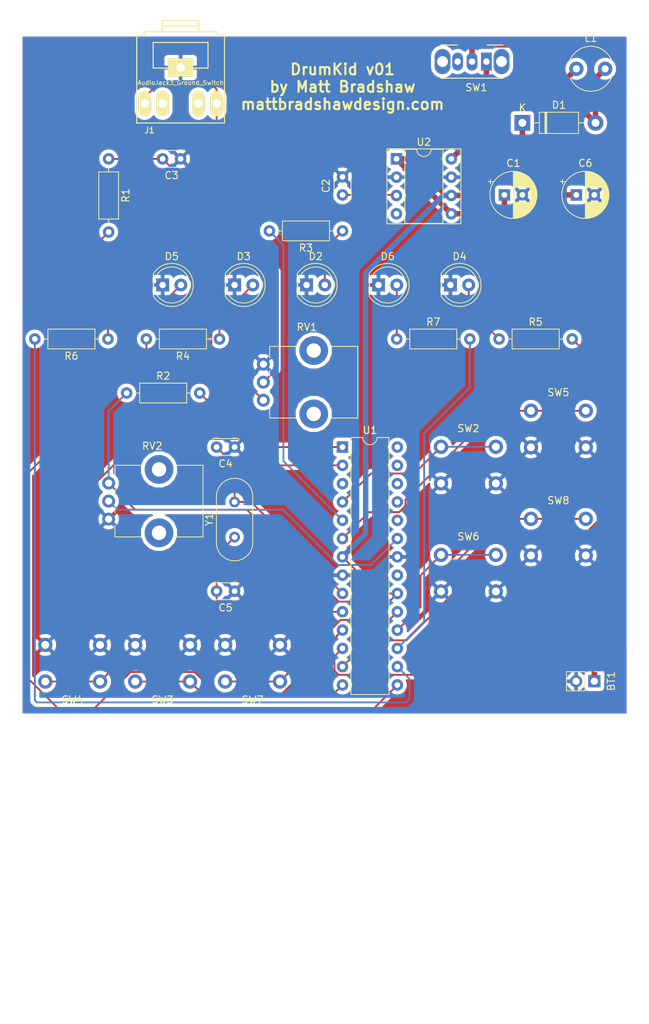
<source format=kicad_pcb>
(kicad_pcb (version 20171130) (host pcbnew "(5.0.1)-3")
  (title_block (title DrumKid) (rev v01) (company "Matt Bradshaw Design") (comment 4 "Author: Matt Bradshaw"))
  (layers (0 F.Cu signal) (31 B.Cu signal) (34 B.Paste user) (35 F.Paste user) (36 B.SilkS user) (37 F.SilkS user) (38 B.Mask user) (39 F.Mask user) (44 Edge.Cuts user))
  (net 0 "")
  (net 1 "Net-(BT1-Pad1)")
  (net 2 GND)
  (net 3 "Net-(C1-Pad1)")
  (net 4 "Net-(C2-Pad1)")
  (net 5 "Net-(C3-Pad2)")
  (net 6 "Net-(C4-Pad2)")
  (net 7 "Net-(C5-Pad2)")
  (net 8 +5V)
  (net 9 "Net-(D1-Pad2)")
  (net 10 "Net-(D2-Pad2)")
  (net 11 "Net-(D3-Pad2)")
  (net 12 "Net-(D4-Pad2)")
  (net 13 "Net-(D5-Pad2)")
  (net 14 "Net-(D6-Pad2)")
  (net 15 "Net-(J1-PadR)")
  (net 16 "Net-(J1-PadRN)")
  (net 17 "Net-(J1-PadTN)")
  (net 18 "Net-(R1-Pad2)")
  (net 19 "Net-(R2-Pad2)")
  (net 20 "Net-(R3-Pad2)")
  (net 21 "Net-(R4-Pad2)")
  (net 22 "Net-(R5-Pad2)")
  (net 23 "Net-(R6-Pad2)")
  (net 24 "Net-(R7-Pad2)")
  (net 25 "Net-(RV2-Pad2)")
  (net 26 "Net-(SW1-Pad3)")
  (net 27 "Net-(SW2-Pad1)")
  (net 28 "Net-(SW3-Pad1)")
  (net 29 "Net-(SW4-Pad1)")
  (net 30 "Net-(SW5-Pad1)")
  (net 31 "Net-(SW6-Pad1)")
  (net 32 "Net-(SW7-Pad1)")
  (net 33 "Net-(SW8-Pad1)")
  (net 34 "Net-(U1-Pad3)")
  (net 35 "Net-(U1-Pad21)")
  (net 36 "Net-(U1-Pad24)")
  (net 37 "Net-(U1-Pad25)")
  (net 38 "Net-(U1-Pad26)")
  (net 39 "Net-(U1-Pad27)")
  (net 40 "Net-(U1-Pad28)")
  (net 41 "Net-(U2-Pad4)")
  (module headphone:Tayda_3.5mm_stereo_TRS_jack_A-853 (layer F.Cu) (at 67.5 36.424)
    (fp_text reference J1 (at -4.318 7.112) (layer F.SilkS) (effects (font (size 0.8 0.8))))
    (fp_text value AudioJack3_Ground_Switch (at 0 0.508) (layer F.SilkS) (effects (font (size 0.6 0.6) (thickness 0.1))))
    (pad S thru_hole rect (at 0 -1.596) (size 3.5 2.5) (drill 1.2) (layers *.Cu *.Mask F.SilkS) (net 2 GND))
    (pad R thru_hole oval (at 5 3.41) (size 1.75 3.5) (drill 1.2) (layers *.Cu *.Mask F.SilkS) (net 15 "Net-(J1-PadR)"))
    (pad T thru_hole oval (at -5 3.41) (size 1.75 3.5) (drill 1.2) (layers *.Cu *.Mask F.SilkS) (net 15 "Net-(J1-PadR)"))
    (pad RN thru_hole oval (at 2.5 3.41) (size 1.75 3.5) (drill 1.2) (layers *.Cu *.Mask F.SilkS) (net 16 "Net-(J1-PadRN)"))
    (pad TN thru_hole oval (at -2.5 3.41) (size 1.75 3.5) (drill 1.2) (layers *.Cu *.Mask F.SilkS) (net 17 "Net-(J1-PadTN)"))
  )
  (module Connector_PinHeader_2.54mm:PinHeader_1x02_P2.54mm_Vertical (layer F.Cu) (at 125 120 270)
    (fp_text reference BT1 (at 0 -2.33 270) (layer F.SilkS))
    (fp_text value Battery)
    (pad 1 thru_hole rect (at 0 0 270) (size 1.7 1.7) (drill 1) (layers *.Cu *.Mask) (net 1 "Net-(BT1-Pad1)"))
    (pad 2 thru_hole oval (at 0 2.54 270) (size 1.7 1.7) (drill 1) (layers *.Cu *.Mask) (net 2 GND))
  )
  (module Capacitor_THT:CP_Radial_D6.3mm_P2.50mm (layer F.Cu) (at 112.5 52.5)
    (fp_text reference C1 (at 1.25 -4.4) (layer F.SilkS))
    (fp_text value 150uF)
    (pad 1 thru_hole rect (at 0 0) (size 1.6 1.6) (drill 0.8) (layers *.Cu *.Mask) (net 3 "Net-(C1-Pad1)"))
    (pad 2 thru_hole circle (at 2.5 0) (size 1.6 1.6) (drill 0.8) (layers *.Cu *.Mask) (net 2 GND))
  )
  (module Capacitor_THT:C_Disc_D3.4mm_W2.1mm_P2.50mm (layer F.Cu) (at 90 52.5 90)
    (fp_text reference C2 (at 1.25 -2.3 90) (layer F.SilkS))
    (fp_text value 0.1uF)
    (pad 2 thru_hole circle (at 2.5 0 90) (size 1.6 1.6) (drill 0.8) (layers *.Cu *.Mask) (net 2 GND))
    (pad 1 thru_hole circle (at 0 0 90) (size 1.6 1.6) (drill 0.8) (layers *.Cu *.Mask) (net 4 "Net-(C2-Pad1)"))
  )
  (module Capacitor_THT:C_Disc_D3.4mm_W2.1mm_P2.50mm (layer F.Cu) (at 67.5 47.5 180)
    (fp_text reference C3 (at 1.25 -2.3 180) (layer F.SilkS))
    (fp_text value 0.1uF)
    (pad 1 thru_hole circle (at 0 0 180) (size 1.6 1.6) (drill 0.8) (layers *.Cu *.Mask) (net 2 GND))
    (pad 2 thru_hole circle (at 2.5 0 180) (size 1.6 1.6) (drill 0.8) (layers *.Cu *.Mask) (net 5 "Net-(C3-Pad2)"))
  )
  (module Capacitor_THT:C_Disc_D3.4mm_W2.1mm_P2.50mm (layer F.Cu) (at 75 87.5 180)
    (fp_text reference C4 (at 1.25 -2.3 180) (layer F.SilkS))
    (fp_text value 22pF)
    (pad 2 thru_hole circle (at 2.5 0 180) (size 1.6 1.6) (drill 0.8) (layers *.Cu *.Mask) (net 6 "Net-(C4-Pad2)"))
    (pad 1 thru_hole circle (at 0 0 180) (size 1.6 1.6) (drill 0.8) (layers *.Cu *.Mask) (net 2 GND))
  )
  (module Capacitor_THT:C_Disc_D3.4mm_W2.1mm_P2.50mm (layer F.Cu) (at 75 107.5 180)
    (fp_text reference C5 (at 1.25 -2.3 180) (layer F.SilkS))
    (fp_text value 22pF)
    (pad 1 thru_hole circle (at 0 0 180) (size 1.6 1.6) (drill 0.8) (layers *.Cu *.Mask) (net 2 GND))
    (pad 2 thru_hole circle (at 2.5 0 180) (size 1.6 1.6) (drill 0.8) (layers *.Cu *.Mask) (net 7 "Net-(C5-Pad2)"))
  )
  (module Capacitor_THT:CP_Radial_D6.3mm_P2.50mm (layer F.Cu) (at 122.5 52.5)
    (fp_text reference C6 (at 1.25 -4.4) (layer F.SilkS))
    (fp_text value 100uF)
    (pad 2 thru_hole circle (at 2.5 0) (size 1.6 1.6) (drill 0.8) (layers *.Cu *.Mask) (net 2 GND))
    (pad 1 thru_hole rect (at 0 0) (size 1.6 1.6) (drill 0.8) (layers *.Cu *.Mask) (net 8 +5V))
  )
  (module Diode_THT:D_DO-41_SOD81_P10.16mm_Horizontal (layer F.Cu) (at 115 42.5)
    (fp_text reference D1 (at 5.08 -2.47) (layer F.SilkS))
    (fp_text value 1N5817)
    (fp_text user K (at 0 -2.1) (layer F.SilkS))
    (pad 1 thru_hole rect (at 0 0) (size 2.2 2.2) (drill 1.1) (layers *.Cu *.Mask) (net 8 +5V))
    (pad 2 thru_hole oval (at 10.16 0) (size 2.2 2.2) (drill 1.1) (layers *.Cu *.Mask) (net 9 "Net-(D1-Pad2)"))
  )
  (module LED_THT:LED_D5.0mm (layer F.Cu) (at 85 65)
    (fp_text reference D2 (at 1.27 -3.96) (layer F.SilkS))
    (fp_text value LED)
    (pad 1 thru_hole rect (at 0 0) (size 1.8 1.8) (drill 0.9) (layers *.Cu *.Mask) (net 2 GND))
    (pad 2 thru_hole circle (at 2.54 0) (size 1.8 1.8) (drill 0.9) (layers *.Cu *.Mask) (net 10 "Net-(D2-Pad2)"))
  )
  (module LED_THT:LED_D5.0mm (layer F.Cu) (at 75 65)
    (fp_text reference D3 (at 1.27 -3.96) (layer F.SilkS))
    (fp_text value LED)
    (pad 2 thru_hole circle (at 2.54 0) (size 1.8 1.8) (drill 0.9) (layers *.Cu *.Mask) (net 11 "Net-(D3-Pad2)"))
    (pad 1 thru_hole rect (at 0 0) (size 1.8 1.8) (drill 0.9) (layers *.Cu *.Mask) (net 2 GND))
  )
  (module LED_THT:LED_D5.0mm (layer F.Cu) (at 105 65)
    (fp_text reference D4 (at 1.27 -3.96) (layer F.SilkS))
    (fp_text value LED)
    (pad 1 thru_hole rect (at 0 0) (size 1.8 1.8) (drill 0.9) (layers *.Cu *.Mask) (net 2 GND))
    (pad 2 thru_hole circle (at 2.54 0) (size 1.8 1.8) (drill 0.9) (layers *.Cu *.Mask) (net 12 "Net-(D4-Pad2)"))
  )
  (module LED_THT:LED_D5.0mm (layer F.Cu) (at 65 65)
    (fp_text reference D5 (at 1.27 -3.96) (layer F.SilkS))
    (fp_text value LED)
    (pad 2 thru_hole circle (at 2.54 0) (size 1.8 1.8) (drill 0.9) (layers *.Cu *.Mask) (net 13 "Net-(D5-Pad2)"))
    (pad 1 thru_hole rect (at 0 0) (size 1.8 1.8) (drill 0.9) (layers *.Cu *.Mask) (net 2 GND))
  )
  (module LED_THT:LED_D5.0mm (layer F.Cu) (at 95 65)
    (fp_text reference D6 (at 1.27 -3.96) (layer F.SilkS))
    (fp_text value LED)
    (pad 1 thru_hole rect (at 0 0) (size 1.8 1.8) (drill 0.9) (layers *.Cu *.Mask) (net 2 GND))
    (pad 2 thru_hole circle (at 2.54 0) (size 1.8 1.8) (drill 0.9) (layers *.Cu *.Mask) (net 14 "Net-(D6-Pad2)"))
  )
  (module Inductor_THT:L_Radial_D6.0mm_P4.00mm (layer F.Cu) (at 122.5 35)
    (fp_text reference L1 (at 2 -4.25) (layer F.SilkS))
    (fp_text value 22uH)
    (pad 1 thru_hole circle (at 0 0) (size 2 2) (drill 1) (layers *.Cu *.Mask) (net 3 "Net-(C1-Pad1)"))
    (pad 2 thru_hole circle (at 4 0) (size 2 2) (drill 1) (layers *.Cu *.Mask) (net 9 "Net-(D1-Pad2)"))
  )
  (module Resistor_THT:R_Axial_DIN0207_L6.3mm_D2.5mm_P10.16mm_Horizontal (layer F.Cu) (at 57.5 47.5 270)
    (fp_text reference R1 (at 5.08 -2.37 270) (layer F.SilkS))
    (fp_text value 220)
    (pad 1 thru_hole circle (at 0 0 270) (size 1.6 1.6) (drill 0.8) (layers *.Cu *.Mask) (net 5 "Net-(C3-Pad2)"))
    (pad 2 thru_hole oval (at 10.16 0 270) (size 1.6 1.6) (drill 0.8) (layers *.Cu *.Mask) (net 18 "Net-(R1-Pad2)"))
  )
  (module Resistor_THT:R_Axial_DIN0207_L6.3mm_D2.5mm_P10.16mm_Horizontal (layer F.Cu) (at 60 80)
    (fp_text reference R2 (at 5.08 -2.37) (layer F.SilkS))
    (fp_text value 10K)
    (pad 2 thru_hole oval (at 10.16 0) (size 1.6 1.6) (drill 0.8) (layers *.Cu *.Mask) (net 19 "Net-(R2-Pad2)"))
    (pad 1 thru_hole circle (at 0 0) (size 1.6 1.6) (drill 0.8) (layers *.Cu *.Mask) (net 8 +5V))
  )
  (module Resistor_THT:R_Axial_DIN0207_L6.3mm_D2.5mm_P10.16mm_Horizontal (layer F.Cu) (at 90 57.5 180)
    (fp_text reference R3 (at 5.08 -2.37 180) (layer F.SilkS))
    (fp_text value 150)
    (pad 1 thru_hole circle (at 0 0 180) (size 1.6 1.6) (drill 0.8) (layers *.Cu *.Mask) (net 10 "Net-(D2-Pad2)"))
    (pad 2 thru_hole oval (at 10.16 0 180) (size 1.6 1.6) (drill 0.8) (layers *.Cu *.Mask) (net 20 "Net-(R3-Pad2)"))
  )
  (module Resistor_THT:R_Axial_DIN0207_L6.3mm_D2.5mm_P10.16mm_Horizontal (layer F.Cu) (at 72.898 72.5 180)
    (fp_text reference R4 (at 5.08 -2.37 180) (layer F.SilkS))
    (fp_text value 150)
    (pad 2 thru_hole oval (at 10.16 0 180) (size 1.6 1.6) (drill 0.8) (layers *.Cu *.Mask) (net 21 "Net-(R4-Pad2)"))
    (pad 1 thru_hole circle (at 0 0 180) (size 1.6 1.6) (drill 0.8) (layers *.Cu *.Mask) (net 11 "Net-(D3-Pad2)"))
  )
  (module Resistor_THT:R_Axial_DIN0207_L6.3mm_D2.5mm_P10.16mm_Horizontal (layer F.Cu) (at 111.76 72.5)
    (fp_text reference R5 (at 5.08 -2.37) (layer F.SilkS))
    (fp_text value 150)
    (pad 1 thru_hole circle (at 0 0) (size 1.6 1.6) (drill 0.8) (layers *.Cu *.Mask) (net 12 "Net-(D4-Pad2)"))
    (pad 2 thru_hole oval (at 10.16 0) (size 1.6 1.6) (drill 0.8) (layers *.Cu *.Mask) (net 22 "Net-(R5-Pad2)"))
  )
  (module Resistor_THT:R_Axial_DIN0207_L6.3mm_D2.5mm_P10.16mm_Horizontal (layer F.Cu) (at 57.404 72.5 180)
    (fp_text reference R6 (at 5.08 -2.37 180) (layer F.SilkS))
    (fp_text value 150)
    (pad 2 thru_hole oval (at 10.16 0 180) (size 1.6 1.6) (drill 0.8) (layers *.Cu *.Mask) (net 23 "Net-(R6-Pad2)"))
    (pad 1 thru_hole circle (at 0 0 180) (size 1.6 1.6) (drill 0.8) (layers *.Cu *.Mask) (net 13 "Net-(D5-Pad2)"))
  )
  (module Resistor_THT:R_Axial_DIN0207_L6.3mm_D2.5mm_P10.16mm_Horizontal (layer F.Cu) (at 97.536 72.5)
    (fp_text reference R7 (at 5.08 -2.37) (layer F.SilkS))
    (fp_text value 150)
    (pad 1 thru_hole circle (at 0 0) (size 1.6 1.6) (drill 0.8) (layers *.Cu *.Mask) (net 14 "Net-(D6-Pad2)"))
    (pad 2 thru_hole oval (at 10.16 0) (size 1.6 1.6) (drill 0.8) (layers *.Cu *.Mask) (net 24 "Net-(R7-Pad2)"))
  )
  (module Potentiometer_THT:Potentiometer_Bourns_PTV09A-1_Single_Vertical (layer F.Cu) (at 79 81)
    (fp_text reference RV1 (at 6.05 -10.15) (layer F.SilkS))
    (fp_text value 10K)
    (pad 3 thru_hole circle (at 0 -5) (size 1.8 1.8) (drill 1) (layers *.Cu *.Mask) (net 2 GND))
    (pad 2 thru_hole circle (at 0 -2.5) (size 1.8 1.8) (drill 1) (layers *.Cu *.Mask) (net 15 "Net-(J1-PadR)"))
    (pad 1 thru_hole circle (at 0 0) (size 1.8 1.8) (drill 1) (layers *.Cu *.Mask) (net 5 "Net-(C3-Pad2)"))
    (pad "" np_thru_hole circle (at 7 -6.9) (size 4 4) (drill 2) (layers *.Cu *.Mask))
    (pad "" np_thru_hole circle (at 7 1.9) (size 4 4) (drill 2) (layers *.Cu *.Mask))
  )
  (module Potentiometer_THT:Potentiometer_Bourns_PTV09A-1_Single_Vertical (layer F.Cu) (at 57.5 97.5)
    (fp_text reference RV2 (at 6.05 -10.15) (layer F.SilkS))
    (fp_text value 10K)
    (pad "" np_thru_hole circle (at 7 1.9) (size 4 4) (drill 2) (layers *.Cu *.Mask))
    (pad "" np_thru_hole circle (at 7 -6.9) (size 4 4) (drill 2) (layers *.Cu *.Mask))
    (pad 1 thru_hole circle (at 0 0) (size 1.8 1.8) (drill 1) (layers *.Cu *.Mask) (net 2 GND))
    (pad 2 thru_hole circle (at 0 -2.5) (size 1.8 1.8) (drill 1) (layers *.Cu *.Mask) (net 25 "Net-(RV2-Pad2)"))
    (pad 3 thru_hole circle (at 0 -5) (size 1.8 1.8) (drill 1) (layers *.Cu *.Mask) (net 8 +5V))
  )
  (module Button_Switch_THT:SW_CuK_OS102011MA1QN1_SPDT_Angled (layer F.Cu) (at 110 34 180)
    (fp_text reference SW1 (at 1.4 -3.6 180) (layer F.SilkS))
    (fp_text value SW_SPDT)
    (pad 1 thru_hole rect (at 0 0 180) (size 1.5 2.5) (drill 0.9) (layers *.Cu *.Mask) (net 3 "Net-(C1-Pad1)"))
    (pad 2 thru_hole oval (at 2 0 180) (size 1.5 2.5) (drill 0.9) (layers *.Cu *.Mask) (net 1 "Net-(BT1-Pad1)"))
    (pad 3 thru_hole oval (at 4 0 180) (size 1.5 2.5) (drill 0.9) (layers *.Cu *.Mask) (net 26 "Net-(SW1-Pad3)"))
    (pad "" thru_hole oval (at -2.1 0 180) (size 2.2 3.5) (drill 1.5) (layers *.Cu *.Mask))
    (pad "" thru_hole oval (at 6.1 0 180) (size 2.2 3.5) (drill 1.5) (layers *.Cu *.Mask))
  )
  (module softtactile:SOFT_TACTILE_2 (layer F.Cu) (at 107.5 90)
    (fp_text reference SW2 (at 0 -5.08) (layer F.SilkS))
    (fp_text value SW_SPST)
    (pad 2 thru_hole circle (at -3.81 2.54 90) (size 2 2) (drill 1.1) (layers *.Cu *.Mask) (net 2 GND))
    (pad 1 thru_hole circle (at -3.81 -2.54 90) (size 2 2) (drill 1.1) (layers *.Cu *.Mask) (net 27 "Net-(SW2-Pad1)"))
    (pad 2 thru_hole circle (at 3.81 2.54 90) (size 2 2) (drill 1.1) (layers *.Cu *.Mask) (net 2 GND))
    (pad 1 thru_hole circle (at 3.81 -2.54 90) (size 2 2) (drill 1.1) (layers *.Cu *.Mask) (net 27 "Net-(SW2-Pad1)"))
  )
  (module softtactile:SOFT_TACTILE_2 (layer F.Cu) (at 65 117.5 180)
    (fp_text reference SW3 (at 0 -5.08 180) (layer F.SilkS))
    (fp_text value SW_SPST)
    (pad 2 thru_hole circle (at -3.81 2.54 270) (size 2 2) (drill 1.1) (layers *.Cu *.Mask) (net 2 GND))
    (pad 1 thru_hole circle (at -3.81 -2.54 270) (size 2 2) (drill 1.1) (layers *.Cu *.Mask) (net 28 "Net-(SW3-Pad1)"))
    (pad 2 thru_hole circle (at 3.81 2.54 270) (size 2 2) (drill 1.1) (layers *.Cu *.Mask) (net 2 GND))
    (pad 1 thru_hole circle (at 3.81 -2.54 270) (size 2 2) (drill 1.1) (layers *.Cu *.Mask) (net 28 "Net-(SW3-Pad1)"))
  )
  (module softtactile:SOFT_TACTILE_2 (layer F.Cu) (at 52.5 117.5 180)
    (fp_text reference SW4 (at 0 -5.08 180) (layer F.SilkS))
    (fp_text value SW_SPST)
    (pad 1 thru_hole circle (at 3.81 -2.54 270) (size 2 2) (drill 1.1) (layers *.Cu *.Mask) (net 29 "Net-(SW4-Pad1)"))
    (pad 2 thru_hole circle (at 3.81 2.54 270) (size 2 2) (drill 1.1) (layers *.Cu *.Mask) (net 2 GND))
    (pad 1 thru_hole circle (at -3.81 -2.54 270) (size 2 2) (drill 1.1) (layers *.Cu *.Mask) (net 29 "Net-(SW4-Pad1)"))
    (pad 2 thru_hole circle (at -3.81 2.54 270) (size 2 2) (drill 1.1) (layers *.Cu *.Mask) (net 2 GND))
  )
  (module softtactile:SOFT_TACTILE_2 (layer F.Cu) (at 120 85)
    (fp_text reference SW5 (at 0 -5.08) (layer F.SilkS))
    (fp_text value SW_SPST)
    (pad 2 thru_hole circle (at -3.81 2.54 90) (size 2 2) (drill 1.1) (layers *.Cu *.Mask) (net 2 GND))
    (pad 1 thru_hole circle (at -3.81 -2.54 90) (size 2 2) (drill 1.1) (layers *.Cu *.Mask) (net 30 "Net-(SW5-Pad1)"))
    (pad 2 thru_hole circle (at 3.81 2.54 90) (size 2 2) (drill 1.1) (layers *.Cu *.Mask) (net 2 GND))
    (pad 1 thru_hole circle (at 3.81 -2.54 90) (size 2 2) (drill 1.1) (layers *.Cu *.Mask) (net 30 "Net-(SW5-Pad1)"))
  )
  (module softtactile:SOFT_TACTILE_2 (layer F.Cu) (at 107.5 105)
    (fp_text reference SW6 (at 0 -5.08) (layer F.SilkS))
    (fp_text value SW_SPST)
    (pad 1 thru_hole circle (at 3.81 -2.54 90) (size 2 2) (drill 1.1) (layers *.Cu *.Mask) (net 31 "Net-(SW6-Pad1)"))
    (pad 2 thru_hole circle (at 3.81 2.54 90) (size 2 2) (drill 1.1) (layers *.Cu *.Mask) (net 2 GND))
    (pad 1 thru_hole circle (at -3.81 -2.54 90) (size 2 2) (drill 1.1) (layers *.Cu *.Mask) (net 31 "Net-(SW6-Pad1)"))
    (pad 2 thru_hole circle (at -3.81 2.54 90) (size 2 2) (drill 1.1) (layers *.Cu *.Mask) (net 2 GND))
  )
  (module softtactile:SOFT_TACTILE_2 (layer F.Cu) (at 77.5 117.5 180)
    (fp_text reference SW7 (at 0 -5.08 180) (layer F.SilkS))
    (fp_text value SW_SPST)
    (pad 2 thru_hole circle (at -3.81 2.54 270) (size 2 2) (drill 1.1) (layers *.Cu *.Mask) (net 2 GND))
    (pad 1 thru_hole circle (at -3.81 -2.54 270) (size 2 2) (drill 1.1) (layers *.Cu *.Mask) (net 32 "Net-(SW7-Pad1)"))
    (pad 2 thru_hole circle (at 3.81 2.54 270) (size 2 2) (drill 1.1) (layers *.Cu *.Mask) (net 2 GND))
    (pad 1 thru_hole circle (at 3.81 -2.54 270) (size 2 2) (drill 1.1) (layers *.Cu *.Mask) (net 32 "Net-(SW7-Pad1)"))
  )
  (module softtactile:SOFT_TACTILE_2 (layer F.Cu) (at 120 100)
    (fp_text reference SW8 (at 0 -5.08) (layer F.SilkS))
    (fp_text value SW_SPST)
    (pad 1 thru_hole circle (at 3.81 -2.54 90) (size 2 2) (drill 1.1) (layers *.Cu *.Mask) (net 33 "Net-(SW8-Pad1)"))
    (pad 2 thru_hole circle (at 3.81 2.54 90) (size 2 2) (drill 1.1) (layers *.Cu *.Mask) (net 2 GND))
    (pad 1 thru_hole circle (at -3.81 -2.54 90) (size 2 2) (drill 1.1) (layers *.Cu *.Mask) (net 33 "Net-(SW8-Pad1)"))
    (pad 2 thru_hole circle (at -3.81 2.54 90) (size 2 2) (drill 1.1) (layers *.Cu *.Mask) (net 2 GND))
  )
  (module Package_DIP:DIP-28_W7.62mm (layer F.Cu) (at 90 87.5)
    (fp_text reference U1 (at 3.81 -2.33) (layer F.SilkS))
    (fp_text value ATmega328P-PU)
    (pad 1 thru_hole rect (at 0 0) (size 1.6 1.6) (drill 0.8) (layers *.Cu *.Mask) (net 19 "Net-(R2-Pad2)"))
    (pad 15 thru_hole oval (at 7.62 33.02) (size 1.6 1.6) (drill 0.8) (layers *.Cu *.Mask) (net 18 "Net-(R1-Pad2)"))
    (pad 2 thru_hole oval (at 0 2.54) (size 1.6 1.6) (drill 0.8) (layers *.Cu *.Mask) (net 29 "Net-(SW4-Pad1)"))
    (pad 16 thru_hole oval (at 7.62 30.48) (size 1.6 1.6) (drill 0.8) (layers *.Cu *.Mask) (net 23 "Net-(R6-Pad2)"))
    (pad 3 thru_hole oval (at 0 5.08) (size 1.6 1.6) (drill 0.8) (layers *.Cu *.Mask) (net 34 "Net-(U1-Pad3)"))
    (pad 17 thru_hole oval (at 7.62 27.94) (size 1.6 1.6) (drill 0.8) (layers *.Cu *.Mask) (net 24 "Net-(R7-Pad2)"))
    (pad 4 thru_hole oval (at 0 7.62) (size 1.6 1.6) (drill 0.8) (layers *.Cu *.Mask) (net 27 "Net-(SW2-Pad1)"))
    (pad 18 thru_hole oval (at 7.62 25.4) (size 1.6 1.6) (drill 0.8) (layers *.Cu *.Mask) (net 31 "Net-(SW6-Pad1)"))
    (pad 5 thru_hole oval (at 0 10.16) (size 1.6 1.6) (drill 0.8) (layers *.Cu *.Mask) (net 20 "Net-(R3-Pad2)"))
    (pad 19 thru_hole oval (at 7.62 22.86) (size 1.6 1.6) (drill 0.8) (layers *.Cu *.Mask) (net 32 "Net-(SW7-Pad1)"))
    (pad 6 thru_hole oval (at 0 12.7) (size 1.6 1.6) (drill 0.8) (layers *.Cu *.Mask) (net 30 "Net-(SW5-Pad1)"))
    (pad 20 thru_hole oval (at 7.62 20.32) (size 1.6 1.6) (drill 0.8) (layers *.Cu *.Mask) (net 8 +5V))
    (pad 7 thru_hole oval (at 0 15.24) (size 1.6 1.6) (drill 0.8) (layers *.Cu *.Mask) (net 8 +5V))
    (pad 21 thru_hole oval (at 7.62 17.78) (size 1.6 1.6) (drill 0.8) (layers *.Cu *.Mask) (net 35 "Net-(U1-Pad21)"))
    (pad 8 thru_hole oval (at 0 17.78) (size 1.6 1.6) (drill 0.8) (layers *.Cu *.Mask) (net 2 GND))
    (pad 22 thru_hole oval (at 7.62 15.24) (size 1.6 1.6) (drill 0.8) (layers *.Cu *.Mask) (net 2 GND))
    (pad 9 thru_hole oval (at 0 20.32) (size 1.6 1.6) (drill 0.8) (layers *.Cu *.Mask) (net 6 "Net-(C4-Pad2)"))
    (pad 23 thru_hole oval (at 7.62 12.7) (size 1.6 1.6) (drill 0.8) (layers *.Cu *.Mask) (net 25 "Net-(RV2-Pad2)"))
    (pad 10 thru_hole oval (at 0 22.86) (size 1.6 1.6) (drill 0.8) (layers *.Cu *.Mask) (net 7 "Net-(C5-Pad2)"))
    (pad 24 thru_hole oval (at 7.62 10.16) (size 1.6 1.6) (drill 0.8) (layers *.Cu *.Mask) (net 36 "Net-(U1-Pad24)"))
    (pad 11 thru_hole oval (at 0 25.4) (size 1.6 1.6) (drill 0.8) (layers *.Cu *.Mask) (net 21 "Net-(R4-Pad2)"))
    (pad 25 thru_hole oval (at 7.62 7.62) (size 1.6 1.6) (drill 0.8) (layers *.Cu *.Mask) (net 37 "Net-(U1-Pad25)"))
    (pad 12 thru_hole oval (at 0 27.94) (size 1.6 1.6) (drill 0.8) (layers *.Cu *.Mask) (net 22 "Net-(R5-Pad2)"))
    (pad 26 thru_hole oval (at 7.62 5.08) (size 1.6 1.6) (drill 0.8) (layers *.Cu *.Mask) (net 38 "Net-(U1-Pad26)"))
    (pad 13 thru_hole oval (at 0 30.48) (size 1.6 1.6) (drill 0.8) (layers *.Cu *.Mask) (net 33 "Net-(SW8-Pad1)"))
    (pad 27 thru_hole oval (at 7.62 2.54) (size 1.6 1.6) (drill 0.8) (layers *.Cu *.Mask) (net 39 "Net-(U1-Pad27)"))
    (pad 14 thru_hole oval (at 0 33.02) (size 1.6 1.6) (drill 0.8) (layers *.Cu *.Mask) (net 28 "Net-(SW3-Pad1)"))
    (pad 28 thru_hole oval (at 7.62 0) (size 1.6 1.6) (drill 0.8) (layers *.Cu *.Mask) (net 40 "Net-(U1-Pad28)"))
  )
  (module Package_DIP:DIP-8_W7.62mm_Socket (layer F.Cu) (at 97.5 47.5)
    (fp_text reference U2 (at 3.81 -2.33) (layer F.SilkS))
    (fp_text value MAX756)
    (pad 1 thru_hole rect (at 0 0) (size 1.6 1.6) (drill 0.8) (layers *.Cu *.Mask) (net 3 "Net-(C1-Pad1)"))
    (pad 5 thru_hole oval (at 7.62 7.62) (size 1.6 1.6) (drill 0.8) (layers *.Cu *.Mask) (net 3 "Net-(C1-Pad1)"))
    (pad 2 thru_hole oval (at 0 2.54) (size 1.6 1.6) (drill 0.8) (layers *.Cu *.Mask) (net 2 GND))
    (pad 6 thru_hole oval (at 7.62 5.08) (size 1.6 1.6) (drill 0.8) (layers *.Cu *.Mask) (net 8 +5V))
    (pad 3 thru_hole oval (at 0 5.08) (size 1.6 1.6) (drill 0.8) (layers *.Cu *.Mask) (net 4 "Net-(C2-Pad1)"))
    (pad 7 thru_hole oval (at 7.62 2.54) (size 1.6 1.6) (drill 0.8) (layers *.Cu *.Mask) (net 2 GND))
    (pad 4 thru_hole oval (at 0 7.62) (size 1.6 1.6) (drill 0.8) (layers *.Cu *.Mask) (net 41 "Net-(U2-Pad4)"))
    (pad 8 thru_hole oval (at 7.62 0) (size 1.6 1.6) (drill 0.8) (layers *.Cu *.Mask) (net 9 "Net-(D1-Pad2)"))
  )
  (module Crystal:Crystal_HC49-4H_Vertical (layer F.Cu) (at 75 100 90)
    (fp_text reference Y1 (at 2.44 -3.525 90) (layer F.SilkS))
    (fp_text value 16MHz)
    (pad 1 thru_hole circle (at 0 0 90) (size 1.5 1.5) (drill 0.8) (layers *.Cu *.Mask) (net 7 "Net-(C5-Pad2)"))
    (pad 2 thru_hole circle (at 4.88 0 90) (size 1.5 1.5) (drill 0.8) (layers *.Cu *.Mask) (net 6 "Net-(C4-Pad2)"))
  )
  (gr_text "DrumKid v01\nby Matt Bradshaw\nmattbradshawdesign.com" (at 90 37.5) (layer F.SilkS) (effects (font (size 1.5 1.5) (thickness 0.3))))
  (gr_line (start 130 30) (end 45 30) (layer Edge.Cuts) (width 0.0254))
  (gr_line (start 130 125) (end 130 30) (layer Edge.Cuts) (width 0.0254))
  (gr_line (start 45 125) (end 130 125) (layer Edge.Cuts) (width 0.0254))
  (gr_line (start 45 30) (end 45 125) (layer Edge.Cuts) (width 0.0254))
  (segment (start 125 118.388) (end 128.778 114.61) (width 0.762) (layer F.Cu) (net 1))
  (segment (start 125 120) (end 125 118.388) (width 0.762) (layer F.Cu) (net 1))
  (segment (start 128.778 114.61) (end 128.778 33.528) (width 0.762) (layer F.Cu) (net 1))
  (segment (start 108 31.988) (end 108 34) (width 0.762) (layer F.Cu) (net 1))
  (segment (start 108.31901 31.66899) (end 108 31.988) (width 0.762) (layer F.Cu) (net 1))
  (segment (start 126.91899 31.66899) (end 108.31901 31.66899) (width 0.762) (layer F.Cu) (net 1))
  (segment (start 128.778 33.528) (end 126.91899 31.66899) (width 0.762) (layer F.Cu) (net 1))
  (segment (start 110 36.562) (end 110 36.012) (width 0.762) (layer F.Cu) (net 3))
  (segment (start 99.062 47.5) (end 110 36.562) (width 0.762) (layer F.Cu) (net 3))
  (segment (start 97.5 47.5) (end 99.062 47.5) (width 0.762) (layer F.Cu) (net 3))
  (segment (start 112.5 54.062) (end 112.5 52.5) (width 0.762) (layer F.Cu) (net 3))
  (segment (start 111.442 55.12) (end 112.5 54.062) (width 0.762) (layer F.Cu) (net 3))
  (segment (start 105.12 55.12) (end 111.442 55.12) (width 0.762) (layer F.Cu) (net 3))
  (segment (start 104.320001 54.320001) (end 97.5 47.5) (width 0.762) (layer F.Cu) (net 3))
  (segment (start 105.12 55.12) (end 104.320001 54.320001) (width 0.762) (layer F.Cu) (net 3))
  (segment (start 122.5 35) (end 118.638 38.862) (width 0.762) (layer F.Cu) (net 3))
  (segment (start 110 36.012) (end 110 34) (width 0.762) (layer F.Cu) (net 3))
  (segment (start 112.85 38.862) (end 110 36.012) (width 0.762) (layer F.Cu) (net 3))
  (segment (start 118.638 38.862) (end 112.85 38.862) (width 0.762) (layer F.Cu) (net 3))
  (segment (start 97.42 52.5) (end 97.5 52.58) (width 0.25) (layer F.Cu) (net 4))
  (segment (start 90 52.5) (end 97.42 52.5) (width 0.25) (layer F.Cu) (net 4))
  (segment (start 65 47.5) (end 57.5 47.5) (width 0.25) (layer F.Cu) (net 5))
  (segment (start 78.100001 80.100001) (end 79 81) (width 0.25) (layer F.Cu) (net 5))
  (segment (start 71.772999 73.772999) (end 78.100001 80.100001) (width 0.25) (layer F.Cu) (net 5))
  (segment (start 71.772999 54.272999) (end 71.772999 73.772999) (width 0.25) (layer F.Cu) (net 5))
  (segment (start 65 47.5) (end 71.772999 54.272999) (width 0.25) (layer F.Cu) (net 5))
  (segment (start 77.3 95.12) (end 90 107.82) (width 0.25) (layer F.Cu) (net 6))
  (segment (start 75 95.12) (end 77.3 95.12) (width 0.25) (layer F.Cu) (net 6))
  (segment (start 75 90) (end 72.5 87.5) (width 0.25) (layer F.Cu) (net 6))
  (segment (start 75 95.12) (end 75 90) (width 0.25) (layer F.Cu) (net 6))
  (segment (start 72.5 102.5) (end 72.5 107.5) (width 0.25) (layer F.Cu) (net 7))
  (segment (start 75 100) (end 72.5 102.5) (width 0.25) (layer F.Cu) (net 7))
  (segment (start 88.86863 110.36) (end 90 110.36) (width 0.25) (layer F.Cu) (net 7))
  (segment (start 74.22863 110.36) (end 88.86863 110.36) (width 0.25) (layer F.Cu) (net 7))
  (segment (start 72.5 108.63137) (end 74.22863 110.36) (width 0.25) (layer F.Cu) (net 7))
  (segment (start 72.5 107.5) (end 72.5 108.63137) (width 0.25) (layer F.Cu) (net 7))
  (segment (start 96.820001 108.619999) (end 97.62 107.82) (width 0.25) (layer F.Cu) (net 8))
  (segment (start 96.494999 108.945001) (end 96.820001 108.619999) (width 0.25) (layer F.Cu) (net 8))
  (segment (start 89.459999 108.945001) (end 96.494999 108.945001) (width 0.25) (layer F.Cu) (net 8))
  (segment (start 76.709999 96.195001) (end 89.459999 108.945001) (width 0.25) (layer F.Cu) (net 8))
  (segment (start 61.195001 96.195001) (end 76.709999 96.195001) (width 0.25) (layer F.Cu) (net 8))
  (segment (start 57.5 92.5) (end 61.195001 96.195001) (width 0.25) (layer F.Cu) (net 8))
  (segment (start 95.08 107.82) (end 90 102.74) (width 0.25) (layer F.Cu) (net 8))
  (segment (start 97.62 107.82) (end 95.08 107.82) (width 0.25) (layer F.Cu) (net 8))
  (segment (start 115 46.562) (end 115 44.362) (width 0.762) (layer F.Cu) (net 8))
  (segment (start 120.938 52.5) (end 115 46.562) (width 0.762) (layer F.Cu) (net 8))
  (segment (start 122.5 52.5) (end 120.938 52.5) (width 0.762) (layer F.Cu) (net 8))
  (segment (start 57.5 82.5) (end 60 80) (width 0.25) (layer B.Cu) (net 8))
  (segment (start 57.5 92.5) (end 57.5 82.5) (width 0.25) (layer B.Cu) (net 8))
  (segment (start 115 44.362) (end 115 42.5) (width 0.762) (layer F.Cu) (net 8))
  (segment (start 106.782 52.58) (end 115 44.362) (width 0.762) (layer F.Cu) (net 8))
  (segment (start 105.12 52.58) (end 106.782 52.58) (width 0.762) (layer F.Cu) (net 8))
  (segment (start 103.98863 52.58) (end 105.12 52.58) (width 0.762) (layer B.Cu) (net 8))
  (segment (start 93.218 63.35063) (end 103.98863 52.58) (width 0.762) (layer B.Cu) (net 8))
  (segment (start 93.218 99.522) (end 93.218 63.35063) (width 0.762) (layer B.Cu) (net 8))
  (segment (start 90 102.74) (end 93.218 99.522) (width 0.762) (layer B.Cu) (net 8))
  (segment (start 125.16 36.34) (end 126.5 35) (width 0.762) (layer F.Cu) (net 9))
  (segment (start 125.16 42.5) (end 125.16 36.34) (width 0.762) (layer F.Cu) (net 9))
  (segment (start 124.060001 41.400001) (end 125.16 42.5) (width 0.762) (layer F.Cu) (net 9))
  (segment (start 123.046 40.386) (end 124.060001 41.400001) (width 0.762) (layer F.Cu) (net 9))
  (segment (start 112.234 40.386) (end 123.046 40.386) (width 0.762) (layer F.Cu) (net 9))
  (segment (start 105.12 47.5) (end 112.234 40.386) (width 0.762) (layer F.Cu) (net 9))
  (segment (start 87.54 59.96) (end 87.54 65) (width 0.25) (layer F.Cu) (net 10))
  (segment (start 90 57.5) (end 87.54 59.96) (width 0.25) (layer F.Cu) (net 10))
  (segment (start 75.738 66.802) (end 77.54 65) (width 0.25) (layer F.Cu) (net 11))
  (segment (start 73.914 66.802) (end 75.738 66.802) (width 0.25) (layer F.Cu) (net 11))
  (segment (start 72.898 72.5) (end 72.898 67.818) (width 0.25) (layer F.Cu) (net 11))
  (segment (start 72.898 67.818) (end 73.914 66.802) (width 0.25) (layer F.Cu) (net 11))
  (segment (start 107.54 68.28) (end 107.54 65) (width 0.25) (layer F.Cu) (net 12))
  (segment (start 111.76 72.5) (end 107.54 68.28) (width 0.25) (layer F.Cu) (net 12))
  (segment (start 65.738 66.802) (end 67.54 65) (width 0.25) (layer F.Cu) (net 13))
  (segment (start 59.69 66.802) (end 65.738 66.802) (width 0.25) (layer F.Cu) (net 13))
  (segment (start 57.404 72.5) (end 57.404 69.088) (width 0.25) (layer F.Cu) (net 13))
  (segment (start 57.404 69.088) (end 59.69 66.802) (width 0.25) (layer F.Cu) (net 13))
  (segment (start 97.536 65.004) (end 97.54 65) (width 0.25) (layer F.Cu) (net 14))
  (segment (start 97.536 72.5) (end 97.536 65.004) (width 0.25) (layer F.Cu) (net 14))
  (segment (start 72.5 37.834) (end 72.004 37.338) (width 0.25) (layer F.Cu) (net 15))
  (segment (start 72.5 39.834) (end 72.5 37.834) (width 0.25) (layer F.Cu) (net 15))
  (segment (start 62.5 38.959) (end 62.5 39.834) (width 0.25) (layer F.Cu) (net 15))
  (segment (start 64.121 37.338) (end 62.5 38.959) (width 0.25) (layer F.Cu) (net 15))
  (segment (start 72.004 37.338) (end 64.121 37.338) (width 0.25) (layer F.Cu) (net 15))
  (segment (start 72.5 54.885002) (end 80.772 63.157002) (width 0.25) (layer F.Cu) (net 15))
  (segment (start 72.5 39.834) (end 72.5 54.885002) (width 0.25) (layer F.Cu) (net 15))
  (segment (start 80.772 76.728) (end 79 78.5) (width 0.25) (layer F.Cu) (net 15))
  (segment (start 80.772 63.157002) (end 80.772 76.728) (width 0.25) (layer F.Cu) (net 15))
  (segment (start 93.991991 124.148009) (end 47.047991 124.148009) (width 0.25) (layer F.Cu) (net 18))
  (segment (start 97.62 120.52) (end 93.991991 124.148009) (width 0.25) (layer F.Cu) (net 18))
  (segment (start 56.700001 58.459999) (end 57.5 57.66) (width 0.25) (layer F.Cu) (net 18))
  (segment (start 45.777991 69.382009) (end 56.700001 58.459999) (width 0.25) (layer F.Cu) (net 18))
  (segment (start 45.777991 122.878009) (end 45.777991 69.382009) (width 0.25) (layer F.Cu) (net 18))
  (segment (start 47.047991 124.148009) (end 45.777991 122.878009) (width 0.25) (layer F.Cu) (net 18))
  (segment (start 77.66 87.5) (end 90 87.5) (width 0.25) (layer F.Cu) (net 19))
  (segment (start 70.16 80) (end 77.66 87.5) (width 0.25) (layer F.Cu) (net 19))
  (segment (start 89.200001 96.860001) (end 90 97.66) (width 0.25) (layer B.Cu) (net 20))
  (segment (start 81.788 89.448) (end 89.200001 96.860001) (width 0.25) (layer B.Cu) (net 20))
  (segment (start 81.788 59.448) (end 81.788 89.448) (width 0.25) (layer B.Cu) (net 20))
  (segment (start 79.84 57.5) (end 81.788 59.448) (width 0.25) (layer B.Cu) (net 20))
  (segment (start 62.738 72.5) (end 62.738 74.676) (width 0.25) (layer F.Cu) (net 21))
  (segment (start 62.738 74.676) (end 46.228 91.186) (width 0.25) (layer F.Cu) (net 21))
  (segment (start 46.228 91.186) (end 46.228 119.539002) (width 0.25) (layer F.Cu) (net 21))
  (segment (start 46.228 119.539002) (end 50.386998 123.698) (width 0.25) (layer F.Cu) (net 21))
  (segment (start 89.200001 113.699999) (end 90 112.9) (width 0.25) (layer F.Cu) (net 21))
  (segment (start 89.200001 114.111001) (end 89.200001 113.699999) (width 0.25) (layer F.Cu) (net 21))
  (segment (start 81.587012 121.72399) (end 89.200001 114.111001) (width 0.25) (layer F.Cu) (net 21))
  (segment (start 72.454992 121.72399) (end 81.587012 121.72399) (width 0.25) (layer F.Cu) (net 21))
  (segment (start 69.446001 118.714999) (end 72.454992 121.72399) (width 0.25) (layer F.Cu) (net 21))
  (segment (start 60.553999 118.714999) (end 69.446001 118.714999) (width 0.25) (layer F.Cu) (net 21))
  (segment (start 55.570998 123.698) (end 60.553999 118.714999) (width 0.25) (layer F.Cu) (net 21))
  (segment (start 50.386998 123.698) (end 55.570998 123.698) (width 0.25) (layer F.Cu) (net 21))
  (segment (start 89.200001 116.239999) (end 90 115.44) (width 0.25) (layer F.Cu) (net 22))
  (segment (start 88.874999 116.565001) (end 89.200001 116.239999) (width 0.25) (layer F.Cu) (net 22))
  (segment (start 88.874999 118.520001) (end 88.874999 116.565001) (width 0.25) (layer F.Cu) (net 22))
  (segment (start 89.459999 119.105001) (end 88.874999 118.520001) (width 0.25) (layer F.Cu) (net 22))
  (segment (start 104.126001 119.105001) (end 89.459999 119.105001) (width 0.25) (layer F.Cu) (net 22))
  (segment (start 127 96.231002) (end 104.126001 119.105001) (width 0.25) (layer F.Cu) (net 22))
  (segment (start 127 77.58) (end 127 96.231002) (width 0.25) (layer F.Cu) (net 22))
  (segment (start 121.92 72.5) (end 127 77.58) (width 0.25) (layer F.Cu) (net 22))
  (segment (start 47.244 72.5) (end 47.244 122.682) (width 0.25) (layer B.Cu) (net 23))
  (segment (start 47.244 122.682) (end 47.498 122.936) (width 0.25) (layer B.Cu) (net 23))
  (segment (start 47.498 122.936) (end 98.806 122.936) (width 0.25) (layer B.Cu) (net 23))
  (segment (start 98.806 122.936) (end 99.314 122.428) (width 0.25) (layer B.Cu) (net 23))
  (segment (start 99.314 119.674) (end 97.62 117.98) (width 0.25) (layer B.Cu) (net 23))
  (segment (start 99.314 122.428) (end 99.314 119.674) (width 0.25) (layer B.Cu) (net 23))
  (segment (start 107.696 72.5) (end 107.696 79.248) (width 0.25) (layer B.Cu) (net 24))
  (segment (start 107.696 79.248) (end 101.346 85.598) (width 0.25) (layer B.Cu) (net 24))
  (segment (start 101.346 111.714) (end 97.62 115.44) (width 0.25) (layer B.Cu) (net 24))
  (segment (start 101.346 85.598) (end 101.346 111.714) (width 0.25) (layer B.Cu) (net 24))
  (segment (start 96.820001 100.999999) (end 97.62 100.2) (width 0.25) (layer B.Cu) (net 25))
  (segment (start 93.954999 103.865001) (end 96.820001 100.999999) (width 0.25) (layer B.Cu) (net 25))
  (segment (start 89.387001 103.865001) (end 93.954999 103.865001) (width 0.25) (layer B.Cu) (net 25))
  (segment (start 81.717001 96.195001) (end 89.387001 103.865001) (width 0.25) (layer B.Cu) (net 25))
  (segment (start 58.695001 96.195001) (end 81.717001 96.195001) (width 0.25) (layer B.Cu) (net 25))
  (segment (start 57.5 95) (end 58.695001 96.195001) (width 0.25) (layer B.Cu) (net 25))
  (segment (start 90.799999 94.320001) (end 90 95.12) (width 0.25) (layer F.Cu) (net 27))
  (segment (start 93.954999 91.165001) (end 90.799999 94.320001) (width 0.25) (layer F.Cu) (net 27))
  (segment (start 99.984999 91.165001) (end 93.954999 91.165001) (width 0.25) (layer F.Cu) (net 27))
  (segment (start 103.69 87.46) (end 99.984999 91.165001) (width 0.25) (layer F.Cu) (net 27))
  (segment (start 105.104213 87.46) (end 111.31 87.46) (width 0.25) (layer B.Cu) (net 27))
  (segment (start 103.69 87.46) (end 105.104213 87.46) (width 0.25) (layer B.Cu) (net 27))
  (segment (start 89.200001 121.319999) (end 90 120.52) (width 0.25) (layer F.Cu) (net 28))
  (segment (start 88.346 122.174) (end 89.200001 121.319999) (width 0.25) (layer F.Cu) (net 28))
  (segment (start 70.944 122.174) (end 88.346 122.174) (width 0.25) (layer F.Cu) (net 28))
  (segment (start 68.81 120.04) (end 70.944 122.174) (width 0.25) (layer F.Cu) (net 28))
  (segment (start 67.395787 120.04) (end 61.19 120.04) (width 0.25) (layer F.Cu) (net 28))
  (segment (start 68.81 120.04) (end 67.395787 120.04) (width 0.25) (layer F.Cu) (net 28))
  (segment (start 58.674 117.676) (end 58.674 104.394) (width 0.25) (layer F.Cu) (net 29))
  (segment (start 56.31 120.04) (end 58.674 117.676) (width 0.25) (layer F.Cu) (net 29))
  (segment (start 58.674 104.394) (end 55.118 100.838) (width 0.25) (layer F.Cu) (net 29))
  (segment (start 88.86863 90.04) (end 90 90.04) (width 0.25) (layer F.Cu) (net 29))
  (segment (start 79.56359 90.04) (end 88.86863 90.04) (width 0.25) (layer F.Cu) (net 29))
  (segment (start 75.898589 86.374999) (end 79.56359 90.04) (width 0.25) (layer F.Cu) (net 29))
  (segment (start 61.811999 86.374999) (end 75.898589 86.374999) (width 0.25) (layer F.Cu) (net 29))
  (segment (start 55.118 93.068998) (end 61.811999 86.374999) (width 0.25) (layer F.Cu) (net 29))
  (segment (start 55.118 100.838) (end 55.118 93.068998) (width 0.25) (layer F.Cu) (net 29))
  (segment (start 48.69 120.04) (end 56.31 120.04) (width 0.25) (layer F.Cu) (net 29))
  (segment (start 90.799999 99.400001) (end 90 100.2) (width 0.25) (layer F.Cu) (net 30))
  (segment (start 93.665001 96.534999) (end 90.799999 99.400001) (width 0.25) (layer F.Cu) (net 30))
  (segment (start 97.870003 96.534999) (end 93.665001 96.534999) (width 0.25) (layer F.Cu) (net 30))
  (segment (start 98.745001 95.660001) (end 97.870003 96.534999) (width 0.25) (layer F.Cu) (net 30))
  (segment (start 98.745001 94.802999) (end 98.745001 95.660001) (width 0.25) (layer F.Cu) (net 30))
  (segment (start 111.088 82.46) (end 98.745001 94.802999) (width 0.25) (layer F.Cu) (net 30))
  (segment (start 116.19 82.46) (end 111.088 82.46) (width 0.25) (layer F.Cu) (net 30))
  (segment (start 116.19 82.46) (end 123.81 82.46) (width 0.25) (layer F.Cu) (net 30))
  (segment (start 103.69 102.46) (end 100.838 105.312) (width 0.25) (layer F.Cu) (net 31))
  (segment (start 100.838 109.682) (end 97.62 112.9) (width 0.25) (layer F.Cu) (net 31))
  (segment (start 100.838 105.312) (end 100.838 109.682) (width 0.25) (layer F.Cu) (net 31))
  (segment (start 103.69 102.46) (end 111.31 102.46) (width 0.25) (layer B.Cu) (net 31))
  (segment (start 96.820001 111.159999) (end 97.62 110.36) (width 0.25) (layer F.Cu) (net 32))
  (segment (start 96.494999 111.485001) (end 96.820001 111.159999) (width 0.25) (layer F.Cu) (net 32))
  (segment (start 89.749997 111.485001) (end 96.494999 111.485001) (width 0.25) (layer F.Cu) (net 32))
  (segment (start 82.309999 118.924999) (end 89.749997 111.485001) (width 0.25) (layer F.Cu) (net 32))
  (segment (start 82.309999 119.040001) (end 82.309999 118.924999) (width 0.25) (layer F.Cu) (net 32))
  (segment (start 81.31 120.04) (end 82.309999 119.040001) (width 0.25) (layer F.Cu) (net 32))
  (segment (start 79.895787 120.04) (end 73.69 120.04) (width 0.25) (layer F.Cu) (net 32))
  (segment (start 81.31 120.04) (end 79.895787 120.04) (width 0.25) (layer F.Cu) (net 32))
  (segment (start 111.808998 97.46) (end 105.664 103.604998) (width 0.25) (layer F.Cu) (net 33))
  (segment (start 116.19 97.46) (end 111.808998 97.46) (width 0.25) (layer F.Cu) (net 33))
  (segment (start 90.799999 117.180001) (end 90 117.98) (width 0.25) (layer F.Cu) (net 33))
  (segment (start 93.665001 114.314999) (end 90.799999 117.180001) (width 0.25) (layer F.Cu) (net 33))
  (segment (start 98.876003 114.314999) (end 93.665001 114.314999) (width 0.25) (layer F.Cu) (net 33))
  (segment (start 105.664 107.527002) (end 98.876003 114.314999) (width 0.25) (layer F.Cu) (net 33))
  (segment (start 105.664 103.604998) (end 105.664 107.527002) (width 0.25) (layer F.Cu) (net 33))
  (segment (start 116.19 97.46) (end 123.81 97.46) (width 0.25) (layer F.Cu) (net 33))
  (zone (net 2) (net_name GND) (layer F.Cu) (connect_pads (clearance 0.508)) (min_thickness 0.254) (fill yes (arc_segments 16) (thermal_gap 0.508) (thermal_bridge_width 0.508))
    (polygon (pts (xy 42.5 27.5) (xy 132.5 27.5) (xy 132.5 127.5) (xy 42.5 127.5)))
  )
  (zone (net 2) (net_name GND) (layer B.Cu) (connect_pads (clearance 0.508)) (min_thickness 0.254) (fill yes (arc_segments 16) (thermal_gap 0.508) (thermal_bridge_width 0.508))
    (polygon (pts (xy 42.5 27.5) (xy 132.5 27.5) (xy 132.5 127.5) (xy 42.5 127.5)))
  )
)
</source>
